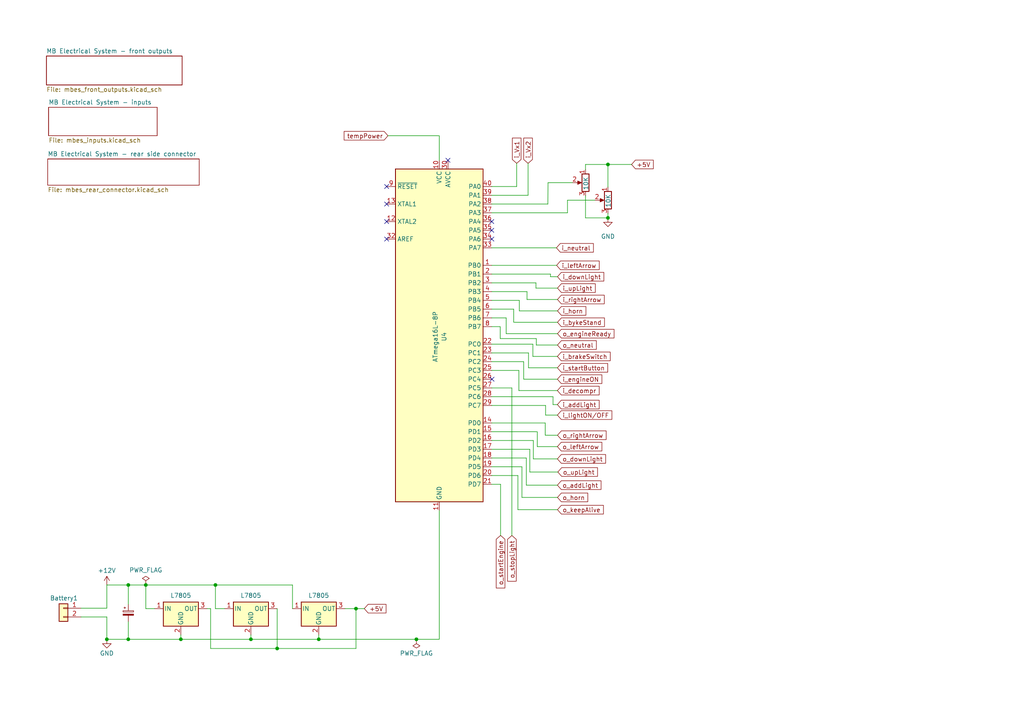
<source format=kicad_sch>
(kicad_sch (version 20211123) (generator eeschema)
  (paper "A4")
  (title_block (title "Motorbike lights and services controller") (date "2022-08-24") (rev "4.0") (company "Panicosoft") (comment 1 "Everything in a single board"))
  (lib_symbols
    (symbol "ATmega:ATmega16L-8P"
      (property "Reference" "U" (at -12.7 49.53 0))
      (property "Value" "ATmega16L-8P" (at 2.54 -49.53 0))
      (symbol "ATmega16L-8P_0_1"
        (rectangle (start -12.7 -48.26) (end 12.7 48.26) (stroke (width 0.254)) (fill (type background)))
      )
      (symbol "ATmega16L-8P_1_1"
        (pin bidirectional line (at 15.24 20.32 180) (length 2.54) (name "PB0") (number "1"))
        (pin power_in line (at 0 50.8 270) (length 2.54) (name "VCC") (number "10"))
        (pin power_in line (at 0 -50.8 90) (length 2.54) (name "GND") (number "11"))
        (pin output line (at -15.24 33.02 0) (length 2.54) (name "XTAL2") (number "12"))
        (pin input line (at -15.24 38.1 0) (length 2.54) (name "XTAL1") (number "13"))
        (pin bidirectional line (at 15.24 -25.4 180) (length 2.54) (name "PD0") (number "14"))
        (pin bidirectional line (at 15.24 -27.94 180) (length 2.54) (name "PD1") (number "15"))
        (pin bidirectional line (at 15.24 -30.48 180) (length 2.54) (name "PD2") (number "16"))
        (pin bidirectional line (at 15.24 -33.02 180) (length 2.54) (name "PD3") (number "17"))
        (pin bidirectional line (at 15.24 -35.56 180) (length 2.54) (name "PD4") (number "18"))
        (pin bidirectional line (at 15.24 -38.1 180) (length 2.54) (name "PD5") (number "19"))
        (pin bidirectional line (at 15.24 17.78 180) (length 2.54) (name "PB1") (number "2"))
        (pin bidirectional line (at 15.24 -40.64 180) (length 2.54) (name "PD6") (number "20"))
        (pin bidirectional line (at 15.24 -43.18 180) (length 2.54) (name "PD7") (number "21"))
        (pin bidirectional line (at 15.24 -2.54 180) (length 2.54) (name "PC0") (number "22"))
        (pin bidirectional line (at 15.24 -5.08 180) (length 2.54) (name "PC1") (number "23"))
        (pin bidirectional line (at 15.24 -7.62 180) (length 2.54) (name "PC2") (number "24"))
        (pin bidirectional line (at 15.24 -10.16 180) (length 2.54) (name "PC3") (number "25"))
        (pin bidirectional line (at 15.24 -12.7 180) (length 2.54) (name "PC4") (number "26"))
        (pin bidirectional line (at 15.24 -15.24 180) (length 2.54) (name "PC5") (number "27"))
        (pin bidirectional line (at 15.24 -17.78 180) (length 2.54) (name "PC6") (number "28"))
        (pin bidirectional line (at 15.24 -20.32 180) (length 2.54) (name "PC7") (number "29"))
        (pin bidirectional line (at 15.24 15.24 180) (length 2.54) (name "PB2") (number "3"))
        (pin power_in line (at 2.54 50.8 270) (length 2.54) (name "AVCC") (number "30"))
        (pin passive line (at 0 -50.8 90) (length 2.54) hide (name "GND") (number "31"))
        (pin passive line (at -15.24 27.94 0) (length 2.54) (name "AREF") (number "32"))
        (pin bidirectional line (at 15.24 25.4 180) (length 2.54) (name "PA7") (number "33"))
        (pin bidirectional line (at 15.24 27.94 180) (length 2.54) (name "PA6") (number "34"))
        (pin bidirectional line (at 15.24 30.48 180) (length 2.54) (name "PA5") (number "35"))
        (pin bidirectional line (at 15.24 33.02 180) (length 2.54) (name "PA4") (number "36"))
        (pin bidirectional line (at 15.24 35.56 180) (length 2.54) (name "PA3") (number "37"))
        (pin bidirectional line (at 15.24 38.1 180) (length 2.54) (name "PA2") (number "38"))
        (pin bidirectional line (at 15.24 40.64 180) (length 2.54) (name "PA1") (number "39"))
        (pin bidirectional line (at 15.24 12.7 180) (length 2.54) (name "PB3") (number "4"))
        (pin bidirectional line (at 15.24 43.18 180) (length 2.54) (name "PA0") (number "40"))
        (pin bidirectional line (at 15.24 10.16 180) (length 2.54) (name "PB4") (number "5"))
        (pin bidirectional line (at 15.24 7.62 180) (length 2.54) (name "PB5") (number "6"))
        (pin bidirectional line (at 15.24 5.08 180) (length 2.54) (name "PB6") (number "7"))
        (pin bidirectional line (at 15.24 2.54 180) (length 2.54) (name "PB7") (number "8"))
        (pin input line (at -15.24 43.18 0) (length 2.54) (name "~{RESET}") (number "9"))
      )
    )
    (symbol "Connector_Generic:Conn_01x02" (pin_names (offset 1.016) hide)
      (property "Reference" "J" (at 0 2.54 0))
      (property "Value" "Conn_01x02" (at 0 -5.08 0))
      (symbol "Conn_01x02_1_1"
        (rectangle (start -1.27 -2.413) (end 0 -2.667) (stroke (width 0.1524)))
        (rectangle (start -1.27 0.127) (end 0 -0.127) (stroke (width 0.1524)))
        (rectangle (start -1.27 1.27) (end 1.27 -3.81) (stroke (width 0.254)) (fill (type background)))
        (pin passive line (at -5.08 0 0) (length 3.81) (name "Pin_1") (number "1"))
        (pin passive line (at -5.08 -2.54 0) (length 3.81) (name "Pin_2") (number "2"))
      )
    )
    (symbol "Device:C_Polarized_Small" (pin_numbers hide) (pin_names (offset 0.254) hide)
      (property "Reference" "C" (at 0.254 1.778 0))
      (property "Value" "C_Polarized_Small" (at 0.254 -2.032 0))
      (symbol "C_Polarized_Small_0_1"
        (rectangle (start -1.524 -0.3048) (end 1.524 -0.6858) (fill (type outline)))
        (rectangle (start -1.524 0.6858) (end 1.524 0.3048))
        (polyline (pts (xy -1.27 1.524) (xy -0.762 1.524)))
        (polyline (pts (xy -1.016 1.27) (xy -1.016 1.778)))
      )
      (symbol "C_Polarized_Small_1_1"
        (pin passive line (at 0 2.54 270) (length 1.8542) (name "~") (number "1"))
        (pin passive line (at 0 -2.54 90) (length 1.8542) (name "~") (number "2"))
      )
    )
    (symbol "Device:R_Potentiometer" (pin_names (offset 1.016) hide)
      (property "Reference" "RV" (at -4.445 0 90))
      (property "Value" "R_Potentiometer" (at -2.54 0 90))
      (symbol "R_Potentiometer_0_1"
        (polyline (pts (xy 2.54 0) (xy 1.524 0)))
        (polyline (pts (xy 1.143 0) (xy 2.286 0.508) (xy 2.286 -0.508) (xy 1.143 0)) (fill (type outline)))
        (rectangle (start 1.016 2.54) (end -1.016 -2.54) (stroke (width 0.254)))
      )
      (symbol "R_Potentiometer_1_1"
        (pin passive line (at 0 3.81 270) (length 1.27) (name "1") (number "1"))
        (pin passive line (at 3.81 0 180) (length 1.27) (name "2") (number "2"))
        (pin passive line (at 0 -3.81 90) (length 1.27) (name "3") (number "3"))
      )
    )
    (symbol "Regulator_Linear:L7805" (pin_names (offset 0.254))
      (property "Reference" "U" (at -3.81 3.175 0))
      (property "Value" "L7805" (at 0 3.175 0))
      (symbol "L7805_0_1"
        (rectangle (start -5.08 1.905) (end 5.08 -5.08) (stroke (width 0.254)) (fill (type background)))
      )
      (symbol "L7805_1_1"
        (pin power_in line (at -7.62 0 0) (length 2.54) (name "IN") (number "1"))
        (pin power_in line (at 0 -7.62 90) (length 2.54) (name "GND") (number "2"))
        (pin power_out line (at 7.62 0 180) (length 2.54) (name "OUT") (number "3"))
      )
    )
    (symbol "power:+12V" (power) (pin_names (offset 0))
      (property "Value" "+12V" (at 0 3.556 0))
      (symbol "+12V_0_1"
        (polyline (pts (xy -0.762 1.27) (xy 0 2.54)))
        (polyline (pts (xy 0 0) (xy 0 2.54)))
        (polyline (pts (xy 0 2.54) (xy 0.762 1.27)))
      )
      (symbol "+12V_1_1"
        (pin power_in line (at 0 0 90) (length 0) hide (name "+12V") (number "1"))
      )
    )
    (symbol "power:GND" (power) (pin_names (offset 0))
      (property "Value" "GND" (at 0 -3.81 0))
      (symbol "GND_0_1"
        (polyline (pts (xy 0 0) (xy 0 -1.27) (xy 1.27 -1.27) (xy 0 -2.54) (xy -1.27 -1.27) (xy 0 -1.27)))
      )
      (symbol "GND_1_1"
        (pin power_in line (at 0 0 270) (length 0) hide (name "GND") (number "1"))
      )
    )
    (symbol "power:PWR_FLAG" (power) (pin_numbers hide) (pin_names (offset 0) hide)
      (property "Value" "PWR_FLAG" (at 0 3.81 0))
      (symbol "PWR_FLAG_0_0"
        (pin power_out line (at 0 0 90) (length 0) (name "pwr") (number "1"))
      )
      (symbol "PWR_FLAG_0_1"
        (polyline (pts (xy 0 0) (xy 0 1.27) (xy -1.016 1.905) (xy 0 2.54) (xy 1.016 1.905) (xy 0 1.27)))
      )
    )
  )
  (junction (at 92.456 185.42))
  (junction (at 42.291 169.672))
  (junction (at 37.211 169.672))
  (junction (at 176.3268 47.7012))
  (junction (at 120.777 185.42))
  (junction (at 80.391 188.087))
  (junction (at 37.211 185.42))
  (junction (at 52.451 185.42))
  (junction (at 103.251 176.53))
  (junction (at 30.988 185.42))
  (junction (at 72.771 185.42))
  (junction (at 176.3268 63.1952))
  (junction (at 62.484 169.672))
  (no_connect (at 112.141 59.182))
  (no_connect (at 112.141 69.342))
  (no_connect (at 112.141 64.262))
  (no_connect (at 129.921 46.482))
  (no_connect (at 142.6972 109.982))
  (no_connect (at 142.621 66.802))
  (no_connect (at 112.141 54.102))
  (no_connect (at 142.6464 69.342))
  (no_connect (at 142.621 64.262))
  (wire (pts (xy 155.5496 100.076) (xy 161.6964 100.076)))
  (wire (pts (xy 169.8244 63.1952) (xy 169.8244 56.7944)))
  (wire (pts (xy 150.622 90.17) (xy 150.622 87.122)))
  (wire (pts (xy 142.6464 140.462) (xy 145.1864 140.462)))
  (wire (pts (xy 152.8572 86.868) (xy 161.6964 86.868)))
  (wire (pts (xy 155.448 83.566) (xy 161.6964 83.566)))
  (wire (pts (xy 161.671 106.68) (xy 153.289 106.68)))
  (wire (pts (xy 155.5496 98.1964) (xy 155.5496 100.076)))
  (wire (pts (xy 151.384 135.382) (xy 142.6464 135.382)))
  (wire (pts (xy 142.6464 127.762) (xy 154.686 127.762)))
  (wire (pts (xy 62.484 176.53) (xy 62.484 169.672)))
  (wire (pts (xy 42.291 176.53) (xy 44.831 176.53)))
  (wire (pts (xy 127.4064 39.37) (xy 127.4064 46.482)))
  (wire (pts (xy 142.6464 89.662) (xy 148.9964 89.662)))
  (wire (pts (xy 142.6464 130.302) (xy 153.67 130.302)))
  (wire (pts (xy 161.6964 96.774) (xy 146.812 96.774)))
  (wire (pts (xy 153.67 130.302) (xy 153.67 136.906)))
  (wire (pts (xy 153.162 56.642) (xy 142.6464 56.642)))
  (wire (pts (xy 142.6464 132.842) (xy 152.654 132.842)))
  (wire (pts (xy 150.2156 147.828) (xy 150.2156 137.922)))
  (wire (pts (xy 142.6464 59.182) (xy 158.9024 59.182)))
  (wire (pts (xy 142.6464 82.042) (xy 155.448 82.042)))
  (wire (pts (xy 151.892 104.902) (xy 142.6464 104.902)))
  (wire (pts (xy 142.6464 94.742) (xy 145.0848 94.742)))
  (wire (pts (xy 169.8244 49.1744) (xy 169.8244 47.7012)))
  (wire (pts (xy 127.4064 148.082) (xy 127.4064 185.42)))
  (wire (pts (xy 62.484 169.672) (xy 84.836 169.672)))
  (wire (pts (xy 23.495 178.943) (xy 30.988 178.943)))
  (wire (pts (xy 150.495 113.284) (xy 150.495 107.442)))
  (wire (pts (xy 158.242 117.602) (xy 142.6464 117.602)))
  (wire (pts (xy 153.67 136.906) (xy 161.798 136.906)))
  (wire (pts (xy 80.391 188.087) (xy 103.251 188.087)))
  (wire (pts (xy 148.9964 89.662) (xy 148.9964 93.472)))
  (wire (pts (xy 155.829 125.222) (xy 155.829 129.54)))
  (wire (pts (xy 164.592 61.722) (xy 164.592 58.0644)))
  (wire (pts (xy 72.771 185.42) (xy 92.456 185.42)))
  (wire (pts (xy 153.162 47.371) (xy 153.162 56.642)))
  (wire (pts (xy 145.1864 155.2956) (xy 145.1864 140.462)))
  (wire (pts (xy 158.1404 126.238) (xy 158.1404 122.682)))
  (wire (pts (xy 61.087 176.53) (xy 60.071 176.53)))
  (wire (pts (xy 169.8244 47.7012) (xy 176.3268 47.7012)))
  (wire (pts (xy 149.86 54.102) (xy 149.86 47.371)))
  (wire (pts (xy 142.6464 115.062) (xy 160.401 115.062)))
  (wire (pts (xy 148.463 155.321) (xy 148.463 112.522)))
  (wire (pts (xy 37.211 185.42) (xy 52.451 185.42)))
  (wire (pts (xy 151.384 144.272) (xy 151.384 135.382)))
  (wire (pts (xy 100.076 176.53) (xy 103.251 176.53)))
  (wire (pts (xy 61.087 188.087) (xy 61.087 176.53)))
  (wire (pts (xy 176.3268 61.8744) (xy 176.3268 63.1952)))
  (wire (pts (xy 84.836 169.672) (xy 84.836 176.53)))
  (wire (pts (xy 150.2156 147.828) (xy 161.6964 147.828)))
  (wire (pts (xy 152.8572 86.868) (xy 152.8572 84.582)))
  (wire (pts (xy 153.289 102.362) (xy 142.6464 102.362)))
  (wire (pts (xy 37.211 169.672) (xy 42.291 169.672)))
  (wire (pts (xy 23.495 176.403) (xy 30.988 176.403)))
  (wire (pts (xy 42.291 169.672) (xy 62.484 169.672)))
  (wire (pts (xy 158.1404 122.682) (xy 142.6464 122.682)))
  (wire (pts (xy 142.6464 76.962) (xy 161.4424 76.962)))
  (wire (pts (xy 145.0848 94.742) (xy 145.0848 98.1964)))
  (wire (pts (xy 151.892 109.982) (xy 151.892 104.902)))
  (wire (pts (xy 142.6464 61.722) (xy 164.592 61.722)))
  (wire (pts (xy 52.451 184.15) (xy 52.451 185.42)))
  (wire (pts (xy 120.777 185.42) (xy 127.4064 185.42)))
  (wire (pts (xy 152.8572 84.582) (xy 142.6464 84.582)))
  (wire (pts (xy 154.686 133.096) (xy 161.671 133.096)))
  (wire (pts (xy 159.6644 80.264) (xy 159.6644 79.502)))
  (wire (pts (xy 103.251 176.53) (xy 103.251 188.087)))
  (wire (pts (xy 152.654 132.842) (xy 152.654 140.716)))
  (wire (pts (xy 148.463 112.522) (xy 142.6464 112.522)))
  (wire (pts (xy 142.6464 54.102) (xy 149.86 54.102)))
  (wire (pts (xy 154.559 103.378) (xy 154.559 99.822)))
  (wire (pts (xy 159.6644 80.264) (xy 161.6964 80.264)))
  (wire (pts (xy 142.6464 125.222) (xy 155.829 125.222)))
  (wire (pts (xy 30.988 178.943) (xy 30.988 185.42)))
  (wire (pts (xy 151.892 109.982) (xy 161.671 109.982)))
  (wire (pts (xy 176.3268 63.1952) (xy 169.8244 63.1952)))
  (wire (pts (xy 152.654 140.716) (xy 161.671 140.716)))
  (wire (pts (xy 61.087 188.087) (xy 80.391 188.087)))
  (wire (pts (xy 161.6964 126.238) (xy 158.1404 126.238)))
  (wire (pts (xy 142.6464 71.882) (xy 161.3916 71.882)))
  (wire (pts (xy 158.242 120.396) (xy 158.242 117.602)))
  (wire (pts (xy 142.6464 137.922) (xy 150.2156 137.922)))
  (wire (pts (xy 146.812 92.202) (xy 142.6464 92.202)))
  (wire (pts (xy 176.3268 47.7012) (xy 183.1848 47.7012)))
  (wire (pts (xy 92.456 185.42) (xy 120.777 185.42)))
  (wire (pts (xy 150.495 113.284) (xy 161.671 113.284)))
  (wire (pts (xy 164.592 58.0644) (xy 172.5168 58.0644)))
  (wire (pts (xy 155.829 129.54) (xy 161.671 129.54)))
  (wire (pts (xy 160.401 115.062) (xy 160.401 117.348)))
  (wire (pts (xy 155.448 82.042) (xy 155.448 83.566)))
  (wire (pts (xy 150.495 107.442) (xy 142.6464 107.442)))
  (wire (pts (xy 153.289 102.362) (xy 153.289 106.68)))
  (wire (pts (xy 103.251 176.53) (xy 105.664 176.53)))
  (wire (pts (xy 30.988 169.672) (xy 37.211 169.672)))
  (wire (pts (xy 52.451 185.42) (xy 72.771 185.42)))
  (wire (pts (xy 159.6644 79.502) (xy 142.6464 79.502)))
  (wire (pts (xy 92.456 184.15) (xy 92.456 185.42)))
  (wire (pts (xy 146.812 92.202) (xy 146.812 96.774)))
  (wire (pts (xy 150.622 87.122) (xy 142.6464 87.122)))
  (wire (pts (xy 65.151 176.53) (xy 62.484 176.53)))
  (wire (pts (xy 158.9024 59.182) (xy 158.9532 52.9844)))
  (wire (pts (xy 42.291 176.53) (xy 42.291 169.672)))
  (wire (pts (xy 30.988 176.403) (xy 30.988 169.672)))
  (wire (pts (xy 30.988 185.42) (xy 37.211 185.42)))
  (wire (pts (xy 145.0848 98.1964) (xy 155.5496 98.1964)))
  (wire (pts (xy 158.242 120.396) (xy 161.671 120.396)))
  (wire (pts (xy 154.559 103.378) (xy 161.671 103.378)))
  (wire (pts (xy 37.211 180.34) (xy 37.211 185.42)))
  (wire (pts (xy 161.6964 144.272) (xy 151.384 144.272)))
  (wire (pts (xy 150.622 90.17) (xy 161.6964 90.17)))
  (wire (pts (xy 72.771 184.15) (xy 72.771 185.42)))
  (wire (pts (xy 176.3268 47.7012) (xy 176.3268 54.2544)))
  (wire (pts (xy 154.686 127.762) (xy 154.686 133.096)))
  (wire (pts (xy 37.211 169.672) (xy 37.211 175.26)))
  (wire (pts (xy 80.391 176.53) (xy 80.391 188.087)))
  (wire (pts (xy 112.522 39.37) (xy 127.4064 39.37)))
  (wire (pts (xy 158.9532 52.9844) (xy 166.0144 52.9844)))
  (wire (pts (xy 160.401 117.348) (xy 161.671 117.348)))
  (wire (pts (xy 148.9964 93.472) (xy 161.6964 93.472)))
  (wire (pts (xy 154.559 99.822) (xy 142.6464 99.822)))
  (global_label "i_neutral" (shape input) (at 161.3916 71.882 0) (property "Riferimenti inter-foglio" "${INTERSHEET_REFS}" (effects hide)))
  (global_label "i_addLight" (shape input) (at 161.671 117.348 0) (property "Riferimenti inter-foglio" "${INTERSHEET_REFS}" (effects hide)))
  (global_label "tempPower" (shape input) (at 112.522 39.37 180) (property "Riferimenti inter-foglio" "${INTERSHEET_REFS}" (effects hide)))
  (global_label "i_lightON{slash}OFF" (shape input) (at 161.671 120.396 0) (property "Riferimenti inter-foglio" "${INTERSHEET_REFS}" (effects hide)))
  (global_label "o_leftArrow" (shape input) (at 161.671 129.54 0) (property "Riferimenti inter-foglio" "${INTERSHEET_REFS}" (effects hide)))
  (global_label "i_horn" (shape input) (at 161.6964 90.17 0) (property "Riferimenti inter-foglio" "${INTERSHEET_REFS}" (effects hide)))
  (global_label "i_Vx1" (shape input) (at 149.86 47.371 90) (property "Riferimenti inter-foglio" "${INTERSHEET_REFS}" (effects hide)))
  (global_label "i_upLight" (shape input) (at 161.6964 83.566 0) (property "Riferimenti inter-foglio" "${INTERSHEET_REFS}" (effects hide)))
  (global_label "o_horn" (shape input) (at 161.6964 144.272 0) (property "Riferimenti inter-foglio" "${INTERSHEET_REFS}" (effects hide)))
  (global_label "o_stopLight" (shape input) (at 148.463 155.321 270) (property "Riferimenti inter-foglio" "${INTERSHEET_REFS}" (effects hide)))
  (global_label "o_neutral" (shape input) (at 161.6964 100.076 0) (property "Riferimenti inter-foglio" "${INTERSHEET_REFS}" (effects hide)))
  (global_label "o_downLight" (shape input) (at 161.671 133.096 0) (property "Riferimenti inter-foglio" "${INTERSHEET_REFS}" (effects hide)))
  (global_label "i_bykeStand" (shape input) (at 161.6964 93.472 0) (property "Riferimenti inter-foglio" "${INTERSHEET_REFS}" (effects hide)))
  (global_label "i_rightArrow" (shape input) (at 161.6964 86.868 0) (property "Riferimenti inter-foglio" "${INTERSHEET_REFS}" (effects hide)))
  (global_label "i_brakeSwitch" (shape input) (at 161.671 103.378 0) (property "Riferimenti inter-foglio" "${INTERSHEET_REFS}" (effects hide)))
  (global_label "o_keepAlive" (shape input) (at 161.6964 147.828 0) (property "Riferimenti inter-foglio" "${INTERSHEET_REFS}" (effects hide)))
  (global_label "i_decompr" (shape input) (at 161.671 113.284 0) (property "Riferimenti inter-foglio" "${INTERSHEET_REFS}" (effects hide)))
  (global_label "+5V" (shape input) (at 183.1848 47.7012 0) (property "Riferimenti inter-foglio" "${INTERSHEET_REFS}" (effects hide)))
  (global_label "i_leftArrow" (shape input) (at 161.4424 76.962 0) (property "Riferimenti inter-foglio" "${INTERSHEET_REFS}" (effects hide)))
  (global_label "o_rightArrow" (shape input) (at 161.6964 126.238 0) (property "Riferimenti inter-foglio" "${INTERSHEET_REFS}" (effects hide)))
  (global_label "i_downLight" (shape input) (at 161.6964 80.264 0) (property "Riferimenti inter-foglio" "${INTERSHEET_REFS}" (effects hide)))
  (global_label "o_addLight" (shape input) (at 161.671 140.716 0) (property "Riferimenti inter-foglio" "${INTERSHEET_REFS}" (effects hide)))
  (global_label "+5V" (shape input) (at 105.664 176.53 0) (property "Riferimenti inter-foglio" "${INTERSHEET_REFS}" (effects hide)))
  (global_label "o_startEngine" (shape input) (at 145.1864 155.2956 270) (property "Riferimenti inter-foglio" "${INTERSHEET_REFS}" (effects hide)))
  (global_label "i_startButton" (shape input) (at 161.671 106.68 0) (property "Riferimenti inter-foglio" "${INTERSHEET_REFS}" (effects hide)))
  (global_label "i_Vx2" (shape input) (at 153.162 47.371 90) (property "Riferimenti inter-foglio" "${INTERSHEET_REFS}" (effects hide)))
  (global_label "o_upLight" (shape input) (at 161.798 136.906 0) (property "Riferimenti inter-foglio" "${INTERSHEET_REFS}" (effects hide)))
  (global_label "o_engineReady" (shape input) (at 161.6964 96.774 0) (property "Riferimenti inter-foglio" "${INTERSHEET_REFS}" (effects hide)))
  (global_label "i_engineON" (shape input) (at 161.671 109.982 0) (property "Riferimenti inter-foglio" "${INTERSHEET_REFS}" (effects hide)))
  (symbol (lib_id "Device:C_Polarized_Small") (at 37.211 177.8 0) (unit 1)
    (property "Reference" "C9" (effects hide))
    (property "Value" "C_Polarized_Small" (effects hide))
    (property "Footprint" "Capacitor_THT:CP_Radial_D8.0mm_P2.50mm" (effects hide))
  )
  (symbol (lib_id "power:PWR_FLAG") (at 120.777 185.42 180) (unit 1)
    (property "Reference" "#FLG0101" (effects hide))
    (property "Value" "PWR_FLAG" (at 120.777 189.484 0))
  )
  (symbol (lib_id "ATmega:ATmega16L-8P") (at 127.4064 97.282 0) (unit 1)
    (property "Reference" "U4" (at 128.8034 97.663 90))
    (property "Value" "ATmega16L-8P" (at 126.2634 97.663 90))
    (property "Footprint" "Package_DIP:DIP-40_W15.24mm" (effects hide))
    (property "Datasheet" "http://ww1.microchip.com/downloads/en/DeviceDoc/doc2466.pdf" (effects hide))
  )
  (symbol (lib_id "power:GND") (at 176.3268 63.1952 0) (unit 1)
    (property "Reference" "#PWR0106" (effects hide))
    (property "Value" "GND" (at 176.3268 68.58 0))
  )
  (symbol (lib_id "Regulator_Linear:L7805") (at 52.451 176.53 0) (unit 1)
    (property "Reference" "U1" (effects hide))
    (property "Value" "L7805" (at 52.451 172.72 0))
    (property "Footprint" "Package_TO_SOT_THT:TO-220-3_Vertical" (effects hide))
    (property "Datasheet" "http://www.st.com/content/ccc/resource/technical/document/datasheet/41/4f/b3/b0/12/d4/47/88/CD00000444.pdf/files/CD00000444.pdf/jcr:content/translations/en.CD00000444.pdf" (effects hide))
  )
  (symbol (lib_id "Regulator_Linear:L7805") (at 92.456 176.53 0) (unit 1)
    (property "Reference" "U3" (effects hide))
    (property "Value" "L7805" (at 92.456 172.72 0))
    (property "Footprint" "Package_TO_SOT_THT:TO-220-3_Vertical" (effects hide))
    (property "Datasheet" "http://www.st.com/content/ccc/resource/technical/document/datasheet/41/4f/b3/b0/12/d4/47/88/CD00000444.pdf/files/CD00000444.pdf/jcr:content/translations/en.CD00000444.pdf" (effects hide))
  )
  (symbol (lib_id "power:+12V") (at 30.988 169.672 0) (unit 1)
    (property "Reference" "#PWR0101" (effects hide))
    (property "Value" "+12V" (at 30.988 165.481 0))
  )
  (symbol (lib_id "Device:R_Potentiometer") (at 176.3268 58.0644 0) (mirror y) (unit 1)
    (property "Reference" "RV2" (effects hide))
    (property "Value" "10K" (at 176.4284 56.2864 90) (effects (justify right)))
    (property "Footprint" "Potentiometer_THT:Potentiometer_Bourns_3296W_Vertical" (effects hide))
  )
  (symbol (lib_id "Connector_Generic:Conn_01x02") (at 18.415 176.403 0) (mirror y) (unit 1)
    (property "Reference" "Battery1" (at 18.542 173.482 0))
    (property "Value" "Conn_01x02" (effects hide))
    (property "Footprint" "Connector_Wire:SolderWire-0.75sqmm_1x02_P7mm_D1.25mm_OD3.5mm" (effects hide))
  )
  (symbol (lib_id "power:GND") (at 30.988 185.42 0) (unit 1)
    (property "Reference" "#PWR0103" (effects hide))
    (property "Value" "GND" (at 30.988 189.484 0))
  )
  (symbol (lib_id "Regulator_Linear:L7805") (at 72.771 176.53 0) (unit 1)
    (property "Reference" "U2" (effects hide))
    (property "Value" "L7805" (at 72.771 172.72 0))
    (property "Footprint" "Package_TO_SOT_THT:TO-220-3_Vertical" (effects hide))
    (property "Datasheet" "http://www.st.com/content/ccc/resource/technical/document/datasheet/41/4f/b3/b0/12/d4/47/88/CD00000444.pdf/files/CD00000444.pdf/jcr:content/translations/en.CD00000444.pdf" (effects hide))
  )
  (symbol (lib_id "Device:R_Potentiometer") (at 169.8244 52.9844 0) (mirror y) (unit 1)
    (property "Reference" "RV1" (effects hide))
    (property "Value" "10K" (at 169.926 51.2572 90) (effects (justify right)))
    (property "Footprint" "Potentiometer_THT:Potentiometer_Bourns_3296W_Vertical" (effects hide))
  )
  (symbol (lib_id "power:PWR_FLAG") (at 42.291 169.672 0) (unit 1)
    (property "Reference" "#FLG0102" (effects hide))
    (property "Value" "PWR_FLAG" (at 42.291 165.354 0))
  )
  (sheet (at 14.097 31.115) (size 31.496 8.255) (stroke (width 0.1524))
    (property "Sheet name" "MB Electrical System - inputs" (at 14.097 30.4034 0) (effects (justify left bottom)))
    (property "Sheet file" "mbes_inputs.kicad_sch" (at 14.097 39.9546 0) (effects (justify left top)))
  )
  (sheet (at 13.462 16.256) (size 39.37 8.382) (stroke (width 0.1524))
    (property "Sheet name" "MB Electrical System - front outputs" (at 13.462 15.5444 0) (effects (justify left bottom)))
    (property "Sheet file" "mbes_front_outputs.kicad_sch" (at 13.462 25.2226 0) (effects (justify left top)))
  )
  (sheet (at 13.843 46.101) (size 43.942 7.62) (stroke (width 0.1524))
    (property "Sheet name" "MB Electrical System - rear side connector" (at 13.843 45.3894 0) (effects (justify left bottom)))
    (property "Sheet file" "mbes_rear_connector.kicad_sch" (at 13.843 54.3056 0) (effects (justify left top)))
  )
)
</source>
